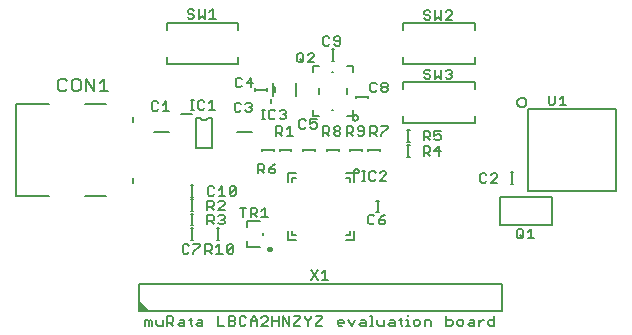
<source format=gto>
G75*
%MOIN*%
%OFA0B0*%
%FSLAX24Y24*%
%IPPOS*%
%LPD*%
%AMOC8*
5,1,8,0,0,1.08239X$1,22.5*
%
%ADD10C,0.0080*%
%ADD11C,0.0079*%
%ADD12C,0.0157*%
D10*
X007471Y004077D02*
X007471Y004286D01*
X007524Y004286D01*
X007576Y004234D01*
X007628Y004286D01*
X007681Y004234D01*
X007681Y004077D01*
X007576Y004077D02*
X007576Y004234D01*
X007834Y004286D02*
X007834Y004129D01*
X007886Y004077D01*
X008043Y004077D01*
X008043Y004286D01*
X008196Y004182D02*
X008353Y004182D01*
X008406Y004234D01*
X008406Y004339D01*
X008353Y004391D01*
X008196Y004391D01*
X008196Y004077D01*
X008301Y004182D02*
X008406Y004077D01*
X008559Y004129D02*
X008611Y004182D01*
X008768Y004182D01*
X008768Y004234D02*
X008768Y004077D01*
X008611Y004077D01*
X008559Y004129D01*
X008611Y004286D02*
X008716Y004286D01*
X008768Y004234D01*
X008921Y004286D02*
X009026Y004286D01*
X008974Y004339D02*
X008974Y004129D01*
X009026Y004077D01*
X009163Y004129D02*
X009215Y004182D01*
X009372Y004182D01*
X009372Y004234D02*
X009372Y004077D01*
X009215Y004077D01*
X009163Y004129D01*
X009215Y004286D02*
X009320Y004286D01*
X009372Y004234D01*
X009888Y004391D02*
X009888Y004077D01*
X010097Y004077D01*
X010250Y004077D02*
X010407Y004077D01*
X010460Y004129D01*
X010460Y004182D01*
X010407Y004234D01*
X010250Y004234D01*
X010250Y004077D02*
X010250Y004391D01*
X010407Y004391D01*
X010460Y004339D01*
X010460Y004286D01*
X010407Y004234D01*
X010613Y004339D02*
X010613Y004129D01*
X010665Y004077D01*
X010770Y004077D01*
X010822Y004129D01*
X010975Y004077D02*
X010975Y004286D01*
X011080Y004391D01*
X011185Y004286D01*
X011185Y004077D01*
X011338Y004077D02*
X011547Y004286D01*
X011547Y004339D01*
X011495Y004391D01*
X011390Y004391D01*
X011338Y004339D01*
X011185Y004234D02*
X010975Y004234D01*
X010822Y004339D02*
X010770Y004391D01*
X010665Y004391D01*
X010613Y004339D01*
X011338Y004077D02*
X011547Y004077D01*
X011701Y004077D02*
X011701Y004391D01*
X011701Y004234D02*
X011910Y004234D01*
X011910Y004391D02*
X011910Y004077D01*
X012063Y004077D02*
X012063Y004391D01*
X012272Y004077D01*
X012272Y004391D01*
X012426Y004391D02*
X012635Y004391D01*
X012635Y004339D01*
X012426Y004129D01*
X012426Y004077D01*
X012635Y004077D01*
X012893Y004077D02*
X012893Y004234D01*
X012997Y004339D01*
X012997Y004391D01*
X013151Y004391D02*
X013360Y004391D01*
X013360Y004339D01*
X013151Y004129D01*
X013151Y004077D01*
X013360Y004077D01*
X012893Y004234D02*
X012788Y004339D01*
X012788Y004391D01*
X013876Y004234D02*
X013876Y004129D01*
X013928Y004077D01*
X014033Y004077D01*
X014085Y004182D02*
X013876Y004182D01*
X013876Y004234D02*
X013928Y004286D01*
X014033Y004286D01*
X014085Y004234D01*
X014085Y004182D01*
X014238Y004286D02*
X014343Y004077D01*
X014447Y004286D01*
X014653Y004286D02*
X014758Y004286D01*
X014810Y004234D01*
X014810Y004077D01*
X014653Y004077D01*
X014601Y004129D01*
X014653Y004182D01*
X014810Y004182D01*
X014963Y004077D02*
X015068Y004077D01*
X015015Y004077D02*
X015015Y004391D01*
X014963Y004391D01*
X015205Y004286D02*
X015205Y004129D01*
X015257Y004077D01*
X015414Y004077D01*
X015414Y004286D01*
X015620Y004286D02*
X015724Y004286D01*
X015777Y004234D01*
X015777Y004077D01*
X015620Y004077D01*
X015567Y004129D01*
X015620Y004182D01*
X015777Y004182D01*
X015930Y004286D02*
X016034Y004286D01*
X015982Y004339D02*
X015982Y004129D01*
X016034Y004077D01*
X016172Y004077D02*
X016276Y004077D01*
X016224Y004077D02*
X016224Y004286D01*
X016172Y004286D01*
X016224Y004391D02*
X016224Y004443D01*
X016413Y004234D02*
X016413Y004129D01*
X016466Y004077D01*
X016570Y004077D01*
X016623Y004129D01*
X016623Y004234D01*
X016570Y004286D01*
X016466Y004286D01*
X016413Y004234D01*
X016776Y004286D02*
X016776Y004077D01*
X016985Y004077D02*
X016985Y004234D01*
X016933Y004286D01*
X016776Y004286D01*
X017501Y004286D02*
X017658Y004286D01*
X017710Y004234D01*
X017710Y004129D01*
X017658Y004077D01*
X017501Y004077D01*
X017501Y004391D01*
X017863Y004234D02*
X017863Y004129D01*
X017916Y004077D01*
X018020Y004077D01*
X018073Y004129D01*
X018073Y004234D01*
X018020Y004286D01*
X017916Y004286D01*
X017863Y004234D01*
X018226Y004129D02*
X018278Y004182D01*
X018435Y004182D01*
X018435Y004234D02*
X018435Y004077D01*
X018278Y004077D01*
X018226Y004129D01*
X018278Y004286D02*
X018383Y004286D01*
X018435Y004234D01*
X018588Y004286D02*
X018588Y004077D01*
X018588Y004182D02*
X018693Y004286D01*
X018745Y004286D01*
X018890Y004234D02*
X018943Y004286D01*
X019100Y004286D01*
X019100Y004391D02*
X019100Y004077D01*
X018943Y004077D01*
X018890Y004129D01*
X018890Y004234D01*
X019902Y006990D02*
X019850Y007043D01*
X019850Y007252D01*
X019902Y007304D01*
X020007Y007304D01*
X020059Y007252D01*
X020059Y007043D01*
X020007Y006990D01*
X019902Y006990D01*
X019955Y007095D02*
X020059Y006990D01*
X020212Y006990D02*
X020422Y006990D01*
X020317Y006990D02*
X020317Y007304D01*
X020212Y007200D01*
X019201Y008841D02*
X018992Y008841D01*
X019201Y009050D01*
X019201Y009102D01*
X019149Y009155D01*
X019044Y009155D01*
X018992Y009102D01*
X018839Y009102D02*
X018786Y009155D01*
X018682Y009155D01*
X018629Y009102D01*
X018629Y008893D01*
X018682Y008841D01*
X018786Y008841D01*
X018839Y008893D01*
X017259Y009746D02*
X017259Y010060D01*
X017102Y009903D01*
X017312Y009903D01*
X016949Y009903D02*
X016949Y010008D01*
X016897Y010060D01*
X016740Y010060D01*
X016740Y009746D01*
X016740Y009851D02*
X016897Y009851D01*
X016949Y009903D01*
X016844Y009851D02*
X016949Y009746D01*
X016949Y010258D02*
X016844Y010363D01*
X016897Y010363D02*
X016740Y010363D01*
X016740Y010258D02*
X016740Y010572D01*
X016897Y010572D01*
X016949Y010520D01*
X016949Y010415D01*
X016897Y010363D01*
X017102Y010415D02*
X017102Y010572D01*
X017312Y010572D01*
X017259Y010467D02*
X017312Y010415D01*
X017312Y010310D01*
X017259Y010258D01*
X017155Y010258D01*
X017102Y010310D01*
X017102Y010415D02*
X017207Y010467D01*
X017259Y010467D01*
X015540Y010677D02*
X015331Y010468D01*
X015331Y010416D01*
X015177Y010416D02*
X015073Y010520D01*
X015125Y010520D02*
X014968Y010520D01*
X014968Y010416D02*
X014968Y010730D01*
X015125Y010730D01*
X015177Y010677D01*
X015177Y010573D01*
X015125Y010520D01*
X015331Y010730D02*
X015540Y010730D01*
X015540Y010677D01*
X014752Y010677D02*
X014752Y010468D01*
X014700Y010416D01*
X014595Y010416D01*
X014543Y010468D01*
X014595Y010573D02*
X014752Y010573D01*
X014752Y010677D02*
X014700Y010730D01*
X014595Y010730D01*
X014543Y010677D01*
X014543Y010625D01*
X014595Y010573D01*
X014390Y010573D02*
X014338Y010520D01*
X014181Y010520D01*
X014285Y010520D02*
X014390Y010416D01*
X014390Y010573D02*
X014390Y010677D01*
X014338Y010730D01*
X014181Y010730D01*
X014181Y010416D01*
X013965Y010468D02*
X013913Y010416D01*
X013808Y010416D01*
X013756Y010468D01*
X013756Y010520D01*
X013808Y010573D01*
X013913Y010573D01*
X013965Y010520D01*
X013965Y010468D01*
X013913Y010573D02*
X013965Y010625D01*
X013965Y010677D01*
X013913Y010730D01*
X013808Y010730D01*
X013756Y010677D01*
X013756Y010625D01*
X013808Y010573D01*
X013603Y010573D02*
X013550Y010520D01*
X013393Y010520D01*
X013393Y010416D02*
X013393Y010730D01*
X013550Y010730D01*
X013603Y010677D01*
X013603Y010573D01*
X013498Y010520D02*
X013603Y010416D01*
X013178Y010704D02*
X013125Y010652D01*
X013021Y010652D01*
X012968Y010704D01*
X012968Y010809D02*
X013073Y010861D01*
X013125Y010861D01*
X013178Y010809D01*
X013178Y010704D01*
X012968Y010809D02*
X012968Y010966D01*
X013178Y010966D01*
X012815Y010913D02*
X012763Y010966D01*
X012658Y010966D01*
X012606Y010913D01*
X012606Y010704D01*
X012658Y010652D01*
X012763Y010652D01*
X012815Y010704D01*
X012390Y010416D02*
X012181Y010416D01*
X012286Y010416D02*
X012286Y010730D01*
X012181Y010625D01*
X012028Y010677D02*
X012028Y010573D01*
X011975Y010520D01*
X011818Y010520D01*
X011818Y010416D02*
X011818Y010730D01*
X011975Y010730D01*
X012028Y010677D01*
X011923Y010520D02*
X012028Y010416D01*
X012000Y010967D02*
X011947Y011019D01*
X012000Y010967D02*
X012104Y010967D01*
X012157Y011019D01*
X012157Y011071D01*
X012104Y011124D01*
X012052Y011124D01*
X012104Y011124D02*
X012157Y011176D01*
X012157Y011228D01*
X012104Y011281D01*
X012000Y011281D01*
X011947Y011228D01*
X011794Y011228D02*
X011742Y011281D01*
X011637Y011281D01*
X011585Y011228D01*
X011585Y011019D01*
X011637Y010967D01*
X011742Y010967D01*
X011794Y011019D01*
X011448Y010967D02*
X011343Y010967D01*
X011396Y010967D02*
X011396Y011281D01*
X011448Y011281D02*
X011343Y011281D01*
X011012Y011255D02*
X010960Y011203D01*
X010855Y011203D01*
X010803Y011255D01*
X010908Y011360D02*
X010960Y011360D01*
X011012Y011308D01*
X011012Y011255D01*
X010960Y011360D02*
X011012Y011412D01*
X011012Y011465D01*
X010960Y011517D01*
X010855Y011517D01*
X010803Y011465D01*
X010650Y011465D02*
X010597Y011517D01*
X010493Y011517D01*
X010440Y011465D01*
X010440Y011255D01*
X010493Y011203D01*
X010597Y011203D01*
X010650Y011255D01*
X009795Y011282D02*
X009585Y011282D01*
X009690Y011282D02*
X009690Y011596D01*
X009585Y011491D01*
X009432Y011543D02*
X009380Y011596D01*
X009275Y011596D01*
X009223Y011543D01*
X009223Y011334D01*
X009275Y011282D01*
X009380Y011282D01*
X009432Y011334D01*
X009086Y011282D02*
X008981Y011282D01*
X009033Y011282D02*
X009033Y011596D01*
X008981Y011596D02*
X009086Y011596D01*
X008256Y011242D02*
X008047Y011242D01*
X008152Y011242D02*
X008152Y011556D01*
X008047Y011452D01*
X007894Y011504D02*
X007842Y011556D01*
X007737Y011556D01*
X007685Y011504D01*
X007685Y011295D01*
X007737Y011242D01*
X007842Y011242D01*
X007894Y011295D01*
X006229Y011898D02*
X005948Y011898D01*
X006089Y011898D02*
X006089Y012318D01*
X005948Y012178D01*
X005768Y012318D02*
X005768Y011898D01*
X005488Y012318D01*
X005488Y011898D01*
X005308Y011968D02*
X005308Y012248D01*
X005238Y012318D01*
X005098Y012318D01*
X005028Y012248D01*
X005028Y011968D01*
X005098Y011898D01*
X005238Y011898D01*
X005308Y011968D01*
X004847Y011968D02*
X004777Y011898D01*
X004637Y011898D01*
X004567Y011968D01*
X004567Y012248D01*
X004637Y012318D01*
X004777Y012318D01*
X004847Y012248D01*
X008881Y014366D02*
X008934Y014313D01*
X009038Y014313D01*
X009091Y014366D01*
X009091Y014418D01*
X009038Y014470D01*
X008934Y014470D01*
X008881Y014523D01*
X008881Y014575D01*
X008934Y014627D01*
X009038Y014627D01*
X009091Y014575D01*
X009244Y014627D02*
X009244Y014313D01*
X009348Y014418D01*
X009453Y014313D01*
X009453Y014627D01*
X009606Y014523D02*
X009711Y014627D01*
X009711Y014313D01*
X009606Y014313D02*
X009816Y014313D01*
X010532Y012344D02*
X010480Y012291D01*
X010480Y012082D01*
X010532Y012030D01*
X010637Y012030D01*
X010689Y012082D01*
X010842Y012187D02*
X011052Y012187D01*
X010999Y012030D02*
X010999Y012344D01*
X010842Y012187D01*
X010689Y012291D02*
X010637Y012344D01*
X010532Y012344D01*
X012527Y012909D02*
X012579Y012857D01*
X012684Y012857D01*
X012736Y012909D01*
X012736Y013118D01*
X012684Y013171D01*
X012579Y013171D01*
X012527Y013118D01*
X012527Y012909D01*
X012632Y012961D02*
X012736Y012857D01*
X012890Y012857D02*
X013099Y013066D01*
X013099Y013118D01*
X013047Y013171D01*
X012942Y013171D01*
X012890Y013118D01*
X012890Y012857D02*
X013099Y012857D01*
X013446Y013408D02*
X013393Y013460D01*
X013393Y013669D01*
X013446Y013722D01*
X013550Y013722D01*
X013603Y013669D01*
X013756Y013669D02*
X013808Y013722D01*
X013913Y013722D01*
X013965Y013669D01*
X013965Y013460D01*
X013913Y013408D01*
X013808Y013408D01*
X013756Y013460D01*
X013808Y013565D02*
X013965Y013565D01*
X013808Y013565D02*
X013756Y013617D01*
X013756Y013669D01*
X013603Y013460D02*
X013550Y013408D01*
X013446Y013408D01*
X014968Y012134D02*
X014968Y011925D01*
X015020Y011872D01*
X015125Y011872D01*
X015177Y011925D01*
X015331Y011925D02*
X015331Y011977D01*
X015383Y012029D01*
X015488Y012029D01*
X015540Y011977D01*
X015540Y011925D01*
X015488Y011872D01*
X015383Y011872D01*
X015331Y011925D01*
X015383Y012029D02*
X015331Y012082D01*
X015331Y012134D01*
X015383Y012186D01*
X015488Y012186D01*
X015540Y012134D01*
X015540Y012082D01*
X015488Y012029D01*
X015177Y012134D02*
X015125Y012186D01*
X015020Y012186D01*
X014968Y012134D01*
X016755Y012358D02*
X016808Y012305D01*
X016912Y012305D01*
X016965Y012358D01*
X016965Y012410D01*
X016912Y012462D01*
X016808Y012462D01*
X016755Y012515D01*
X016755Y012567D01*
X016808Y012619D01*
X016912Y012619D01*
X016965Y012567D01*
X017118Y012619D02*
X017118Y012305D01*
X017222Y012410D01*
X017327Y012305D01*
X017327Y012619D01*
X017480Y012567D02*
X017533Y012619D01*
X017637Y012619D01*
X017690Y012567D01*
X017690Y012515D01*
X017637Y012462D01*
X017690Y012410D01*
X017690Y012358D01*
X017637Y012305D01*
X017533Y012305D01*
X017480Y012358D01*
X017585Y012462D02*
X017637Y012462D01*
X017690Y014274D02*
X017480Y014274D01*
X017690Y014483D01*
X017690Y014535D01*
X017637Y014588D01*
X017533Y014588D01*
X017480Y014535D01*
X017327Y014588D02*
X017327Y014274D01*
X017222Y014379D01*
X017118Y014274D01*
X017118Y014588D01*
X016965Y014535D02*
X016912Y014588D01*
X016808Y014588D01*
X016755Y014535D01*
X016755Y014483D01*
X016808Y014431D01*
X016912Y014431D01*
X016965Y014379D01*
X016965Y014326D01*
X016912Y014274D01*
X016808Y014274D01*
X016755Y014326D01*
X020913Y011753D02*
X020913Y011492D01*
X020965Y011439D01*
X021070Y011439D01*
X021122Y011492D01*
X021122Y011753D01*
X021275Y011649D02*
X021380Y011753D01*
X021380Y011439D01*
X021275Y011439D02*
X021485Y011439D01*
X015503Y009181D02*
X015503Y009129D01*
X015294Y008920D01*
X015503Y008920D01*
X015141Y008972D02*
X015088Y008920D01*
X014984Y008920D01*
X014931Y008972D01*
X014931Y009181D01*
X014984Y009233D01*
X015088Y009233D01*
X015141Y009181D01*
X015294Y009181D02*
X015346Y009233D01*
X015451Y009233D01*
X015503Y009181D01*
X014794Y009233D02*
X014690Y009233D01*
X014742Y009233D02*
X014742Y008920D01*
X014690Y008920D02*
X014794Y008920D01*
X014942Y007777D02*
X014889Y007724D01*
X014889Y007515D01*
X014942Y007463D01*
X015046Y007463D01*
X015099Y007515D01*
X015252Y007515D02*
X015304Y007463D01*
X015409Y007463D01*
X015461Y007515D01*
X015461Y007567D01*
X015409Y007620D01*
X015252Y007620D01*
X015252Y007515D01*
X015252Y007620D02*
X015356Y007724D01*
X015461Y007777D01*
X015099Y007724D02*
X015046Y007777D01*
X014942Y007777D01*
X013467Y005926D02*
X013362Y005822D01*
X013467Y005926D02*
X013467Y005612D01*
X013571Y005612D02*
X013362Y005612D01*
X013209Y005612D02*
X013000Y005926D01*
X013209Y005926D02*
X013000Y005612D01*
X011548Y007699D02*
X011339Y007699D01*
X011443Y007699D02*
X011443Y008013D01*
X011339Y007908D01*
X011185Y007961D02*
X011185Y007856D01*
X011133Y007804D01*
X010976Y007804D01*
X011081Y007804D02*
X011185Y007699D01*
X010976Y007699D02*
X010976Y008013D01*
X011133Y008013D01*
X011185Y007961D01*
X010823Y008013D02*
X010614Y008013D01*
X010718Y008013D02*
X010718Y007699D01*
X010107Y007724D02*
X010107Y007672D01*
X010054Y007620D01*
X010107Y007567D01*
X010107Y007515D01*
X010054Y007463D01*
X009950Y007463D01*
X009897Y007515D01*
X010002Y007620D02*
X010054Y007620D01*
X010107Y007724D02*
X010054Y007777D01*
X009950Y007777D01*
X009897Y007724D01*
X009744Y007724D02*
X009744Y007620D01*
X009692Y007567D01*
X009535Y007567D01*
X009535Y007463D02*
X009535Y007777D01*
X009692Y007777D01*
X009744Y007724D01*
X009640Y007567D02*
X009744Y007463D01*
X009744Y007935D02*
X009640Y008040D01*
X009692Y008040D02*
X009535Y008040D01*
X009535Y007935D02*
X009535Y008249D01*
X009692Y008249D01*
X009744Y008197D01*
X009744Y008092D01*
X009692Y008040D01*
X009897Y007935D02*
X010107Y008145D01*
X010107Y008197D01*
X010054Y008249D01*
X009950Y008249D01*
X009897Y008197D01*
X009913Y008408D02*
X010122Y008408D01*
X010018Y008408D02*
X010018Y008722D01*
X009913Y008617D01*
X009760Y008669D02*
X009708Y008722D01*
X009603Y008722D01*
X009551Y008669D01*
X009551Y008460D01*
X009603Y008408D01*
X009708Y008408D01*
X009760Y008460D01*
X010276Y008460D02*
X010485Y008669D01*
X010485Y008460D01*
X010433Y008408D01*
X010328Y008408D01*
X010276Y008460D01*
X010276Y008669D01*
X010328Y008722D01*
X010433Y008722D01*
X010485Y008669D01*
X011228Y009156D02*
X011228Y009470D01*
X011385Y009470D01*
X011437Y009417D01*
X011437Y009313D01*
X011385Y009260D01*
X011228Y009260D01*
X011333Y009260D02*
X011437Y009156D01*
X011590Y009208D02*
X011643Y009156D01*
X011747Y009156D01*
X011800Y009208D01*
X011800Y009260D01*
X011747Y009313D01*
X011590Y009313D01*
X011590Y009208D01*
X011590Y009313D02*
X011695Y009417D01*
X011800Y009470D01*
X010107Y007935D02*
X009897Y007935D01*
X009939Y006793D02*
X009939Y006479D01*
X009834Y006479D02*
X010044Y006479D01*
X010197Y006531D02*
X010406Y006740D01*
X010406Y006531D01*
X010354Y006479D01*
X010249Y006479D01*
X010197Y006531D01*
X010197Y006740D01*
X010249Y006793D01*
X010354Y006793D01*
X010406Y006740D01*
X009939Y006793D02*
X009834Y006688D01*
X009681Y006740D02*
X009629Y006793D01*
X009472Y006793D01*
X009472Y006479D01*
X009472Y006583D02*
X009629Y006583D01*
X009681Y006636D01*
X009681Y006740D01*
X009576Y006583D02*
X009681Y006479D01*
X009280Y006740D02*
X009071Y006531D01*
X009071Y006479D01*
X008918Y006531D02*
X008865Y006479D01*
X008761Y006479D01*
X008708Y006531D01*
X008708Y006740D01*
X008761Y006793D01*
X008865Y006793D01*
X008918Y006740D01*
X009071Y006793D02*
X009280Y006793D01*
X009280Y006740D01*
D11*
X007271Y005476D02*
X007271Y004567D01*
X019373Y004567D01*
X019373Y005476D01*
X007271Y005476D01*
X007298Y004824D02*
X007298Y004588D01*
X007535Y004588D01*
X007298Y004824D01*
X007298Y004812D02*
X007311Y004812D01*
X007298Y004734D02*
X007388Y004734D01*
X007466Y004657D02*
X007298Y004657D01*
X008991Y006950D02*
X009031Y006950D01*
X009031Y007344D01*
X008991Y007344D01*
X009031Y007344D02*
X009070Y007344D01*
X009070Y007423D02*
X009031Y007423D01*
X009031Y007817D01*
X009070Y007817D01*
X009031Y007817D02*
X008991Y007817D01*
X008991Y007895D02*
X009031Y007895D01*
X009031Y008289D01*
X009070Y008289D01*
X009031Y008289D02*
X008991Y008289D01*
X008991Y008368D02*
X009031Y008368D01*
X009031Y008761D01*
X008991Y008761D01*
X009031Y008761D02*
X009070Y008761D01*
X009070Y008368D02*
X009031Y008368D01*
X009031Y007895D02*
X009070Y007895D01*
X009031Y007423D02*
X008991Y007423D01*
X009031Y006950D02*
X009070Y006950D01*
X009857Y006950D02*
X009897Y006950D01*
X009897Y007344D01*
X009857Y007344D01*
X009897Y007344D02*
X009936Y007344D01*
X009936Y006950D02*
X009897Y006950D01*
X010842Y006911D02*
X010842Y006714D01*
X011275Y006714D01*
X011393Y007108D02*
X011393Y007187D01*
X011275Y007580D02*
X010842Y007580D01*
X010842Y007383D01*
X012220Y007226D02*
X012220Y006950D01*
X012495Y006950D01*
X012495Y007088D02*
X012357Y007088D01*
X012357Y007226D01*
X014149Y007088D02*
X014287Y007088D01*
X014287Y007226D01*
X014424Y007226D02*
X014424Y006950D01*
X014149Y006950D01*
X015172Y007856D02*
X015212Y007856D01*
X015212Y008250D01*
X015251Y008250D01*
X015212Y008250D02*
X015172Y008250D01*
X015212Y007856D02*
X015251Y007856D01*
X014424Y008880D02*
X014424Y009155D01*
X014149Y009155D01*
X014149Y009017D02*
X014287Y009017D01*
X014287Y008880D01*
X014424Y009234D02*
X014426Y009252D01*
X014432Y009268D01*
X014441Y009283D01*
X014454Y009296D01*
X014469Y009305D01*
X014485Y009311D01*
X014503Y009313D01*
X014521Y009311D01*
X014537Y009305D01*
X014552Y009296D01*
X014565Y009283D01*
X014574Y009268D01*
X014580Y009252D01*
X014582Y009234D01*
X014580Y009216D01*
X014574Y009200D01*
X014565Y009185D01*
X014552Y009172D01*
X014537Y009163D01*
X014521Y009157D01*
X014503Y009155D01*
X014485Y009157D01*
X014469Y009163D01*
X014454Y009172D01*
X014441Y009185D01*
X014432Y009200D01*
X014426Y009216D01*
X014424Y009234D01*
X014306Y009903D02*
X014306Y009943D01*
X014700Y009943D01*
X014700Y009903D01*
X014700Y009943D02*
X014700Y009982D01*
X014897Y009982D02*
X014897Y009943D01*
X015291Y009943D01*
X015291Y009903D01*
X015291Y009943D02*
X015291Y009982D01*
X014897Y009943D02*
X014897Y009903D01*
X014306Y009943D02*
X014306Y009982D01*
X013913Y009982D02*
X013913Y009943D01*
X013519Y009943D01*
X013519Y009903D01*
X013519Y009943D02*
X013519Y009982D01*
X013913Y009943D02*
X013913Y009903D01*
X013125Y009903D02*
X013125Y009943D01*
X012732Y009943D01*
X012732Y009982D01*
X012732Y009943D02*
X012732Y009903D01*
X013125Y009943D02*
X013125Y009982D01*
X012338Y009982D02*
X012338Y009943D01*
X011944Y009943D01*
X011944Y009903D01*
X011944Y009943D02*
X011944Y009982D01*
X011747Y009982D02*
X011747Y009943D01*
X011354Y009943D01*
X011354Y009903D01*
X011354Y009943D02*
X011354Y009982D01*
X011747Y009943D02*
X011747Y009903D01*
X012338Y009903D02*
X012338Y009943D01*
X012220Y009155D02*
X012495Y009155D01*
X012495Y009017D02*
X012357Y009017D01*
X012357Y008880D01*
X012220Y008880D02*
X012220Y009155D01*
X011013Y010533D02*
X010513Y010533D01*
X009680Y010994D02*
X009570Y010994D01*
X009503Y010927D01*
X009346Y010927D01*
X009279Y010994D01*
X009165Y010994D01*
X009165Y009990D01*
X009680Y009990D01*
X009680Y010994D01*
X009011Y011151D02*
X008653Y011151D01*
X008257Y010533D02*
X007757Y010533D01*
X007062Y010887D02*
X007062Y011045D01*
X006157Y011478D02*
X005448Y011478D01*
X004267Y011478D02*
X003165Y011478D01*
X003165Y008407D01*
X004267Y008407D01*
X005448Y008407D02*
X006157Y008407D01*
X007062Y008840D02*
X007062Y008998D01*
X011117Y011911D02*
X011117Y011950D01*
X011511Y011950D01*
X011511Y011911D01*
X011511Y011950D02*
X011511Y011990D01*
X011708Y012048D02*
X011726Y012046D01*
X011743Y012041D01*
X011760Y012033D01*
X011774Y012022D01*
X011786Y012009D01*
X011796Y011994D01*
X011802Y011977D01*
X011806Y011959D01*
X011806Y011941D01*
X011802Y011923D01*
X011796Y011906D01*
X011786Y011891D01*
X011774Y011878D01*
X011760Y011867D01*
X011743Y011859D01*
X011726Y011854D01*
X011708Y011852D01*
X011708Y011734D01*
X011669Y011635D02*
X011669Y011517D01*
X011708Y011852D02*
X011708Y012049D01*
X011708Y012167D01*
X011117Y011990D02*
X011117Y011950D01*
X010573Y012798D02*
X010573Y013048D01*
X010573Y012798D02*
X008198Y012798D01*
X008198Y013048D01*
X008198Y013923D02*
X008198Y014173D01*
X010573Y014173D01*
X010573Y013923D01*
X012495Y012167D02*
X012495Y011734D01*
X013046Y011281D02*
X013046Y011084D01*
X013243Y011084D01*
X013696Y011281D02*
X013735Y011281D01*
X014188Y011084D02*
X014385Y011084D01*
X014385Y011281D01*
X014376Y011006D02*
X014378Y011024D01*
X014384Y011042D01*
X014393Y011058D01*
X014405Y011071D01*
X014420Y011082D01*
X014437Y011090D01*
X014455Y011094D01*
X014473Y011094D01*
X014491Y011090D01*
X014508Y011082D01*
X014523Y011071D01*
X014535Y011058D01*
X014544Y011042D01*
X014550Y011024D01*
X014552Y011006D01*
X014550Y010988D01*
X014544Y010970D01*
X014535Y010954D01*
X014523Y010941D01*
X014508Y010930D01*
X014491Y010922D01*
X014473Y010918D01*
X014455Y010918D01*
X014437Y010922D01*
X014420Y010930D01*
X014405Y010941D01*
X014393Y010954D01*
X014384Y010970D01*
X014378Y010988D01*
X014376Y011006D01*
X014503Y011675D02*
X014503Y011714D01*
X014897Y011714D01*
X014897Y011754D01*
X014897Y011714D02*
X014897Y011675D01*
X014503Y011714D02*
X014503Y011754D01*
X014188Y011813D02*
X014188Y012009D01*
X014385Y012541D02*
X014385Y012738D01*
X014188Y012738D01*
X013755Y012895D02*
X013716Y012895D01*
X013716Y013289D01*
X013755Y013289D01*
X013716Y013289D02*
X013676Y013289D01*
X013676Y012895D02*
X013716Y012895D01*
X013735Y012541D02*
X013696Y012541D01*
X013243Y012738D02*
X013046Y012738D01*
X013046Y012541D01*
X013243Y012009D02*
X013243Y011813D01*
X016072Y011955D02*
X016072Y012205D01*
X018447Y012205D01*
X018447Y011955D01*
X018447Y012798D02*
X018447Y013048D01*
X018447Y012798D02*
X016072Y012798D01*
X016072Y013048D01*
X016072Y013923D02*
X016072Y014173D01*
X018447Y014173D01*
X018447Y013923D01*
X019858Y011517D02*
X019860Y011542D01*
X019866Y011566D01*
X019875Y011588D01*
X019888Y011609D01*
X019904Y011628D01*
X019923Y011644D01*
X019944Y011657D01*
X019966Y011666D01*
X019990Y011672D01*
X020015Y011674D01*
X020040Y011672D01*
X020064Y011666D01*
X020086Y011657D01*
X020107Y011644D01*
X020126Y011628D01*
X020142Y011609D01*
X020155Y011588D01*
X020164Y011566D01*
X020170Y011542D01*
X020172Y011517D01*
X020170Y011492D01*
X020164Y011468D01*
X020155Y011446D01*
X020142Y011425D01*
X020126Y011406D01*
X020107Y011390D01*
X020086Y011377D01*
X020064Y011368D01*
X020040Y011362D01*
X020015Y011360D01*
X019990Y011362D01*
X019966Y011368D01*
X019944Y011377D01*
X019923Y011390D01*
X019904Y011406D01*
X019888Y011425D01*
X019875Y011446D01*
X019866Y011468D01*
X019860Y011492D01*
X019858Y011517D01*
X020212Y011320D02*
X020212Y008565D01*
X023165Y008565D01*
X023165Y011320D01*
X020212Y011320D01*
X018447Y011080D02*
X018447Y010830D01*
X016072Y010830D01*
X016072Y011080D01*
X016196Y010612D02*
X016235Y010612D01*
X016235Y010218D01*
X016275Y010218D01*
X016235Y010218D02*
X016196Y010218D01*
X016196Y010100D02*
X016235Y010100D01*
X016235Y009706D01*
X016275Y009706D01*
X016235Y009706D02*
X016196Y009706D01*
X016235Y010100D02*
X016275Y010100D01*
X016275Y010612D02*
X016235Y010612D01*
X019306Y008368D02*
X019306Y007423D01*
X021039Y007423D01*
X021039Y008368D01*
X019306Y008368D01*
X019661Y008801D02*
X019700Y008801D01*
X019700Y009194D01*
X019661Y009194D01*
X019700Y009194D02*
X019739Y009194D01*
X019739Y008801D02*
X019700Y008801D01*
D12*
X011629Y006635D02*
X011590Y006635D01*
M02*

</source>
